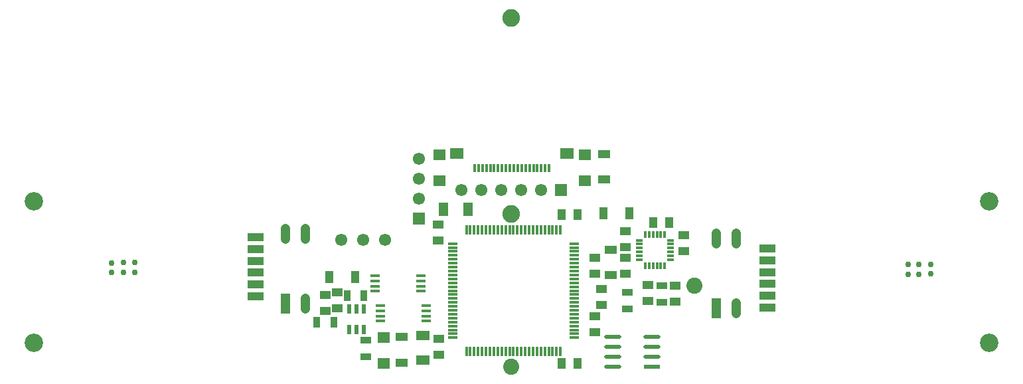
<source format=gts>
G04*
G04 #@! TF.GenerationSoftware,Altium Limited,Altium Designer,21.3.2 (30)*
G04*
G04 Layer_Color=8388736*
%FSLAX43Y43*%
%MOMM*%
G71*
G04*
G04 #@! TF.SameCoordinates,FC902942-77D8-4BC3-8EBF-9AFE0F54990F*
G04*
G04*
G04 #@! TF.FilePolarity,Negative*
G04*
G01*
G75*
%ADD21R,0.300X1.200*%
%ADD23R,1.200X0.300*%
%ADD40R,1.118X1.575*%
%ADD41R,1.321X1.067*%
%ADD42R,0.351X1.051*%
%ADD43R,0.601X1.251*%
%ADD44R,1.626X1.321*%
%ADD45R,1.575X1.118*%
%ADD46R,2.151X0.551*%
%ADD47O,2.151X0.551*%
%ADD48R,2.051X1.051*%
%ADD49R,0.940X1.321*%
%ADD50R,1.321X0.940*%
%ADD51R,1.251X0.401*%
%ADD52R,1.067X1.321*%
%ADD53R,0.841X0.311*%
%ADD54R,0.311X0.841*%
%ADD55R,1.701X1.351*%
%ADD56R,1.676X1.245*%
%ADD57O,1.251X2.551*%
%ADD58R,1.251X2.551*%
%ADD59R,1.245X1.676*%
%ADD60C,1.551*%
%ADD61C,2.051*%
%ADD62C,2.251*%
%ADD63C,2.351*%
%ADD64C,2.351*%
%ADD65C,0.751*%
%ADD66R,1.551X1.551*%
%ADD67R,1.551X1.551*%
D21*
X56700Y67900D02*
D03*
X56200D02*
D03*
X64700Y52400D02*
D03*
X64200D02*
D03*
X63700D02*
D03*
X63200D02*
D03*
X62700D02*
D03*
X62200D02*
D03*
X61700D02*
D03*
X61200D02*
D03*
X60700D02*
D03*
X60200D02*
D03*
X59700D02*
D03*
X59200D02*
D03*
X58700D02*
D03*
X58200D02*
D03*
X57700D02*
D03*
X57200D02*
D03*
X56700D02*
D03*
X56200D02*
D03*
X55700D02*
D03*
X55200D02*
D03*
X54700D02*
D03*
X54200D02*
D03*
X53700D02*
D03*
X53200D02*
D03*
X52700Y67900D02*
D03*
X53200D02*
D03*
X53700D02*
D03*
X54200D02*
D03*
X54700D02*
D03*
X55200D02*
D03*
X55700D02*
D03*
X57200D02*
D03*
X57700D02*
D03*
X58200D02*
D03*
X58700D02*
D03*
X59200D02*
D03*
X59700D02*
D03*
X60200D02*
D03*
X60700D02*
D03*
X61200D02*
D03*
X61700D02*
D03*
X62200D02*
D03*
X62700D02*
D03*
X63200D02*
D03*
X63700D02*
D03*
X64200D02*
D03*
X64700D02*
D03*
X52700Y52400D02*
D03*
D23*
X66450Y62650D02*
D03*
X50950Y54150D02*
D03*
Y54650D02*
D03*
Y55150D02*
D03*
Y55650D02*
D03*
Y56150D02*
D03*
Y56650D02*
D03*
Y57150D02*
D03*
Y57650D02*
D03*
Y58150D02*
D03*
Y58650D02*
D03*
Y59150D02*
D03*
Y59650D02*
D03*
Y60150D02*
D03*
Y60650D02*
D03*
Y61150D02*
D03*
Y61650D02*
D03*
Y62150D02*
D03*
Y62650D02*
D03*
Y63150D02*
D03*
Y63650D02*
D03*
Y64150D02*
D03*
Y64650D02*
D03*
Y65150D02*
D03*
Y65650D02*
D03*
Y66150D02*
D03*
X66450D02*
D03*
Y65650D02*
D03*
Y65150D02*
D03*
Y64650D02*
D03*
Y64150D02*
D03*
Y63650D02*
D03*
Y63150D02*
D03*
Y62150D02*
D03*
Y61650D02*
D03*
Y61150D02*
D03*
Y60650D02*
D03*
Y60150D02*
D03*
Y59650D02*
D03*
Y59150D02*
D03*
Y58650D02*
D03*
Y58150D02*
D03*
Y57650D02*
D03*
Y57150D02*
D03*
Y56650D02*
D03*
Y56150D02*
D03*
Y55650D02*
D03*
Y55150D02*
D03*
Y54650D02*
D03*
Y54150D02*
D03*
D40*
X35250Y61900D02*
D03*
X38502D02*
D03*
X73450Y70050D02*
D03*
X70198D02*
D03*
D41*
X36200Y59900D02*
D03*
Y57868D02*
D03*
X69050Y54868D02*
D03*
Y56900D02*
D03*
X34700Y57550D02*
D03*
Y59582D02*
D03*
X80450Y65218D02*
D03*
Y67250D02*
D03*
X72950Y65718D02*
D03*
Y67750D02*
D03*
X69050Y62318D02*
D03*
Y64350D02*
D03*
X79350Y58718D02*
D03*
Y60750D02*
D03*
X75850Y58868D02*
D03*
Y60900D02*
D03*
X72950Y64382D02*
D03*
Y62350D02*
D03*
X69900Y58350D02*
D03*
Y60382D02*
D03*
X49100Y68550D02*
D03*
Y66518D02*
D03*
X49150Y51950D02*
D03*
Y53982D02*
D03*
D42*
X56750Y75750D02*
D03*
X56250D02*
D03*
X53750D02*
D03*
X54250D02*
D03*
X54750D02*
D03*
X57250D02*
D03*
X57750D02*
D03*
X59250D02*
D03*
X59750D02*
D03*
X63250D02*
D03*
X62750D02*
D03*
X62250D02*
D03*
X61750D02*
D03*
X61250D02*
D03*
X60750D02*
D03*
X60250D02*
D03*
X58750D02*
D03*
X58250D02*
D03*
X55750D02*
D03*
X55250D02*
D03*
D43*
X38700Y57800D02*
D03*
X37750D02*
D03*
X39650D02*
D03*
Y55200D02*
D03*
X38700D02*
D03*
X37750D02*
D03*
D44*
X67850Y77500D02*
D03*
Y74198D02*
D03*
X49250Y74148D02*
D03*
Y77450D02*
D03*
X42150Y54200D02*
D03*
Y50898D02*
D03*
D45*
X70250Y74298D02*
D03*
Y77550D02*
D03*
X71100Y62148D02*
D03*
Y65400D02*
D03*
X44450Y51000D02*
D03*
Y54252D02*
D03*
D46*
X76400Y50460D02*
D03*
D47*
Y51730D02*
D03*
Y53000D02*
D03*
Y54270D02*
D03*
X71400Y50460D02*
D03*
Y51730D02*
D03*
Y53000D02*
D03*
Y54270D02*
D03*
D48*
X25850Y59450D02*
D03*
Y60950D02*
D03*
Y62450D02*
D03*
Y63950D02*
D03*
Y65450D02*
D03*
Y66950D02*
D03*
X91050Y65500D02*
D03*
Y64000D02*
D03*
Y62500D02*
D03*
Y61000D02*
D03*
Y59500D02*
D03*
Y58000D02*
D03*
D49*
X33637Y56100D02*
D03*
X35796D02*
D03*
X37486Y59550D02*
D03*
X39646D02*
D03*
D50*
X39850Y51687D02*
D03*
Y53846D02*
D03*
X77600Y58654D02*
D03*
Y60813D02*
D03*
X73200Y57786D02*
D03*
Y59945D02*
D03*
D51*
X47575Y56275D02*
D03*
Y56925D02*
D03*
Y57575D02*
D03*
Y58225D02*
D03*
X41725D02*
D03*
Y57575D02*
D03*
Y56925D02*
D03*
Y56275D02*
D03*
X46875Y60075D02*
D03*
Y60725D02*
D03*
Y61375D02*
D03*
Y62025D02*
D03*
X41025D02*
D03*
Y61375D02*
D03*
Y60725D02*
D03*
Y60075D02*
D03*
D52*
X78600Y68850D02*
D03*
X76568D02*
D03*
X66900Y50850D02*
D03*
X64868D02*
D03*
X66850Y69850D02*
D03*
X64818D02*
D03*
D53*
X74780Y64080D02*
D03*
Y64580D02*
D03*
Y65080D02*
D03*
Y65580D02*
D03*
Y66080D02*
D03*
Y66580D02*
D03*
X78720D02*
D03*
Y66080D02*
D03*
Y65580D02*
D03*
Y65080D02*
D03*
Y64580D02*
D03*
Y64080D02*
D03*
D54*
X75500Y67300D02*
D03*
X76000D02*
D03*
X76500D02*
D03*
X77000D02*
D03*
X77500D02*
D03*
X78000D02*
D03*
Y63360D02*
D03*
X77500D02*
D03*
X77000D02*
D03*
X76500D02*
D03*
X76000D02*
D03*
X75500D02*
D03*
D55*
X65525Y77650D02*
D03*
X51475D02*
D03*
D56*
X47150Y51314D02*
D03*
Y54438D02*
D03*
D57*
X29660Y67350D02*
D03*
X32200D02*
D03*
Y58500D02*
D03*
X84550Y66800D02*
D03*
X87090D02*
D03*
Y57950D02*
D03*
D58*
X29660Y58500D02*
D03*
X84550Y57950D02*
D03*
D59*
X49764Y70550D02*
D03*
X52888D02*
D03*
D60*
X42350Y66600D02*
D03*
X36750D02*
D03*
X39550D02*
D03*
X46650Y76990D02*
D03*
Y74450D02*
D03*
Y71910D02*
D03*
X62230Y73000D02*
D03*
X59690D02*
D03*
X57150D02*
D03*
X54610D02*
D03*
X52070D02*
D03*
D61*
X81750Y60750D02*
D03*
X58400Y50450D02*
D03*
D62*
X58450Y94950D02*
D03*
Y69950D02*
D03*
D63*
X119400Y71500D02*
D03*
Y53500D02*
D03*
D64*
X-2500D02*
D03*
Y71500D02*
D03*
D65*
X109028Y63485D02*
D03*
Y62215D02*
D03*
X110425Y63485D02*
D03*
Y62215D02*
D03*
X111949Y63485D02*
D03*
Y62342D02*
D03*
X10397Y62515D02*
D03*
Y63785D02*
D03*
X9000Y62515D02*
D03*
Y63785D02*
D03*
X7476Y62515D02*
D03*
Y63658D02*
D03*
D66*
X46650Y69370D02*
D03*
D67*
X64770Y73000D02*
D03*
M02*

</source>
